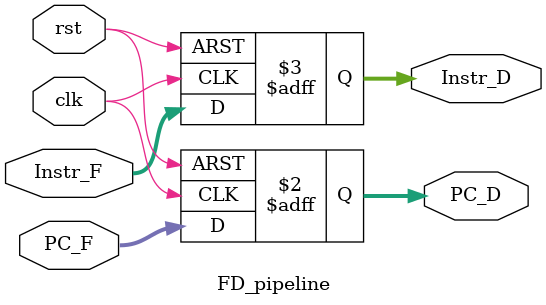
<source format=sv>

module FD_pipeline (
    input  logic        clk,
    input  logic        rst,
    input  logic [63:0] PC_F,     
    input  logic [31:0] Instr_F,  
    output logic [63:0] PC_D,     
    output logic [31:0] Instr_D   
);

    always_ff @(posedge clk or posedge rst) begin
        if (rst) begin
            PC_D    <= 64'b0;
            Instr_D <= 32'b0;
        end else begin
            PC_D    <= PC_F;
            Instr_D <= Instr_F;
        end
    end

endmodule
</source>
